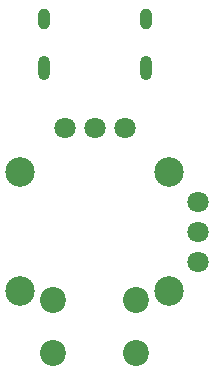
<source format=gbr>
%TF.GenerationSoftware,KiCad,Pcbnew,(6.0.8)*%
%TF.CreationDate,2022-10-07T15:24:08+02:00*%
%TF.ProjectId,bobbycar-emergency-hardware,626f6262-7963-4617-922d-656d65726765,rev?*%
%TF.SameCoordinates,Original*%
%TF.FileFunction,Paste,Bot*%
%TF.FilePolarity,Positive*%
%FSLAX46Y46*%
G04 Gerber Fmt 4.6, Leading zero omitted, Abs format (unit mm)*
G04 Created by KiCad (PCBNEW (6.0.8)) date 2022-10-07 15:24:08*
%MOMM*%
%LPD*%
G01*
G04 APERTURE LIST*
%ADD10O,1.000000X1.800000*%
%ADD11O,1.000000X2.100000*%
%ADD12C,1.800000*%
%ADD13C,2.500000*%
%ADD14C,2.200000*%
G04 APERTURE END LIST*
D10*
%TO.C,USBC1*%
X5680000Y88670000D03*
X14320000Y88670000D03*
D11*
X5680000Y84490000D03*
X14320000Y84490000D03*
%TD*%
D12*
%TO.C,SW1*%
X18710000Y68132000D03*
X18710000Y70672000D03*
X18710000Y73212000D03*
X12520000Y79402000D03*
X9980000Y79402000D03*
X7440000Y79402000D03*
D13*
X3650000Y75672000D03*
X3650000Y65672000D03*
X16300000Y65672000D03*
X16300000Y75672000D03*
D14*
X6460000Y64882000D03*
X13460000Y64882000D03*
X6460000Y60382000D03*
X13460000Y60382000D03*
%TD*%
M02*

</source>
